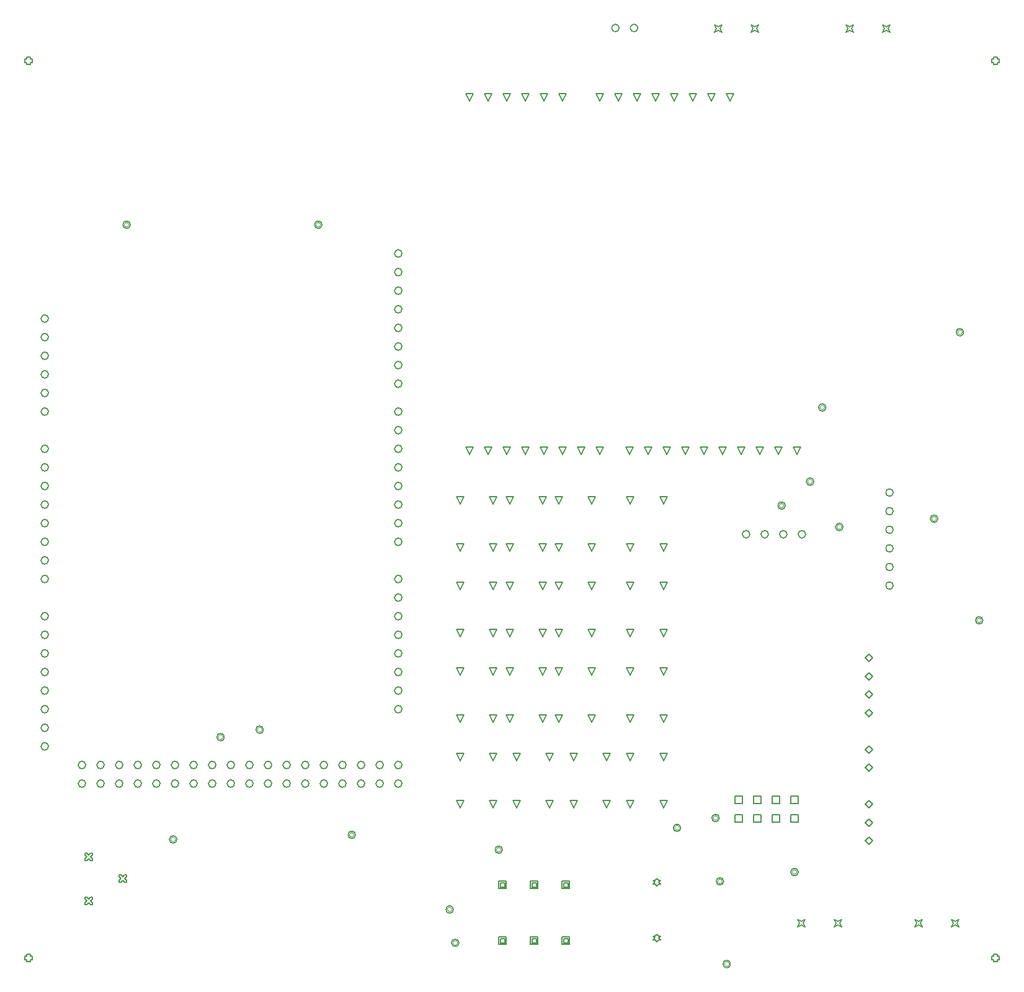
<source format=gbr>
%TF.GenerationSoftware,Altium Limited,Altium Designer,21.8.1 (53)*%
G04 Layer_Color=2752767*
%FSLAX43Y43*%
%MOMM*%
%TF.SameCoordinates,16DCEB66-4DAC-4E16-A6F7-90F727604106*%
%TF.FilePolarity,Positive*%
%TF.FileFunction,Drawing*%
%TF.Part,Single*%
G01*
G75*
%TA.AperFunction,NonConductor*%
%ADD66C,0.127*%
%ADD67C,0.169*%
%ADD68C,0.102*%
D66*
X99429Y24054D02*
Y25070D01*
X100445D01*
Y24054D01*
X99429D01*
Y21514D02*
Y22530D01*
X100445D01*
Y21514D01*
X99429D01*
X101969D02*
Y22530D01*
X102985D01*
Y21514D01*
X101969D01*
Y24054D02*
Y25070D01*
X102985D01*
Y24054D01*
X101969D01*
X104509Y21514D02*
Y22530D01*
X105525D01*
Y21514D01*
X104509D01*
Y24054D02*
Y25070D01*
X105525D01*
Y24054D01*
X104509D01*
X107049Y21514D02*
Y22530D01*
X108065D01*
Y21514D01*
X107049D01*
Y24054D02*
Y25070D01*
X108065D01*
Y24054D01*
X107049D01*
X74153Y29952D02*
X73645Y30968D01*
X74661D01*
X74153Y29952D01*
Y23452D02*
X73645Y24468D01*
X74661D01*
X74153Y23452D01*
X69653Y29952D02*
X69145Y30968D01*
X70161D01*
X69653Y29952D01*
Y23452D02*
X69145Y24468D01*
X70161D01*
X69653Y23452D01*
X66401Y65004D02*
X65893Y66020D01*
X66909D01*
X66401Y65004D01*
Y58504D02*
X65893Y59520D01*
X66909D01*
X66401Y58504D01*
X61901Y65004D02*
X61393Y66020D01*
X62409D01*
X61901Y65004D01*
Y58504D02*
X61393Y59520D01*
X62409D01*
X61901Y58504D01*
X73153Y65004D02*
X72645Y66020D01*
X73661D01*
X73153Y65004D01*
Y58504D02*
X72645Y59520D01*
X73661D01*
X73153Y58504D01*
X68653Y65004D02*
X68145Y66020D01*
X69161D01*
X68653Y65004D01*
Y58504D02*
X68145Y59520D01*
X69161D01*
X68653Y58504D01*
X79905Y65004D02*
X79397Y66020D01*
X80413D01*
X79905Y65004D01*
Y58504D02*
X79397Y59520D01*
X80413D01*
X79905Y58504D01*
X75405Y65004D02*
X74897Y66020D01*
X75913D01*
X75405Y65004D01*
Y58504D02*
X74897Y59520D01*
X75913D01*
X75405Y58504D01*
X89657Y65004D02*
X89149Y66020D01*
X90165D01*
X89657Y65004D01*
Y58504D02*
X89149Y59520D01*
X90165D01*
X89657Y58504D01*
X85157Y65004D02*
X84649Y66020D01*
X85665D01*
X85157Y65004D01*
Y58504D02*
X84649Y59520D01*
X85665D01*
X85157Y58504D01*
X66401Y53320D02*
X65893Y54336D01*
X66909D01*
X66401Y53320D01*
Y46820D02*
X65893Y47836D01*
X66909D01*
X66401Y46820D01*
X61901Y53320D02*
X61393Y54336D01*
X62409D01*
X61901Y53320D01*
Y46820D02*
X61393Y47836D01*
X62409D01*
X61901Y46820D01*
X73153Y53320D02*
X72645Y54336D01*
X73661D01*
X73153Y53320D01*
Y46820D02*
X72645Y47836D01*
X73661D01*
X73153Y46820D01*
X68653Y53320D02*
X68145Y54336D01*
X69161D01*
X68653Y53320D01*
Y46820D02*
X68145Y47836D01*
X69161D01*
X68653Y46820D01*
X79905Y53320D02*
X79397Y54336D01*
X80413D01*
X79905Y53320D01*
Y46820D02*
X79397Y47836D01*
X80413D01*
X79905Y46820D01*
X75405Y53320D02*
X74897Y54336D01*
X75913D01*
X75405Y53320D01*
Y46820D02*
X74897Y47836D01*
X75913D01*
X75405Y46820D01*
X89657Y53320D02*
X89149Y54336D01*
X90165D01*
X89657Y53320D01*
Y46820D02*
X89149Y47836D01*
X90165D01*
X89657Y46820D01*
X85157Y53320D02*
X84649Y54336D01*
X85665D01*
X85157Y53320D01*
Y46820D02*
X84649Y47836D01*
X85665D01*
X85157Y46820D01*
X66401Y41636D02*
X65893Y42652D01*
X66909D01*
X66401Y41636D01*
Y35136D02*
X65893Y36152D01*
X66909D01*
X66401Y35136D01*
X61901Y41636D02*
X61393Y42652D01*
X62409D01*
X61901Y41636D01*
Y35136D02*
X61393Y36152D01*
X62409D01*
X61901Y35136D01*
X73153Y41636D02*
X72645Y42652D01*
X73661D01*
X73153Y41636D01*
Y35136D02*
X72645Y36152D01*
X73661D01*
X73153Y35136D01*
X68653Y41636D02*
X68145Y42652D01*
X69161D01*
X68653Y41636D01*
Y35136D02*
X68145Y36152D01*
X69161D01*
X68653Y35136D01*
X79905Y41636D02*
X79397Y42652D01*
X80413D01*
X79905Y41636D01*
Y35136D02*
X79397Y36152D01*
X80413D01*
X79905Y35136D01*
X75405Y41636D02*
X74897Y42652D01*
X75913D01*
X75405Y41636D01*
Y35136D02*
X74897Y36152D01*
X75913D01*
X75405Y35136D01*
X89657Y41636D02*
X89149Y42652D01*
X90165D01*
X89657Y41636D01*
Y35136D02*
X89149Y36152D01*
X90165D01*
X89657Y35136D01*
X85157Y41636D02*
X84649Y42652D01*
X85665D01*
X85157Y41636D01*
Y35136D02*
X84649Y36152D01*
X85665D01*
X85157Y35136D01*
X66401Y29952D02*
X65893Y30968D01*
X66909D01*
X66401Y29952D01*
Y23452D02*
X65893Y24468D01*
X66909D01*
X66401Y23452D01*
X61901Y29952D02*
X61393Y30968D01*
X62409D01*
X61901Y29952D01*
Y23452D02*
X61393Y24468D01*
X62409D01*
X61901Y23452D01*
X81905Y29952D02*
X81397Y30968D01*
X82413D01*
X81905Y29952D01*
Y23452D02*
X81397Y24468D01*
X82413D01*
X81905Y23452D01*
X77405Y29952D02*
X76897Y30968D01*
X77913D01*
X77405Y29952D01*
Y23452D02*
X76897Y24468D01*
X77913D01*
X77405Y23452D01*
X89657Y29952D02*
X89149Y30968D01*
X90165D01*
X89657Y29952D01*
Y23452D02*
X89149Y24468D01*
X90165D01*
X89657Y23452D01*
X85157Y29952D02*
X84649Y30968D01*
X85665D01*
X85157Y29952D01*
Y23452D02*
X84649Y24468D01*
X85665D01*
X85157Y23452D01*
X88773Y12827D02*
X89027Y13081D01*
X89281D01*
X89027Y13335D01*
X89281Y13589D01*
X89027D01*
X88773Y13843D01*
X88519Y13589D01*
X88265D01*
X88519Y13335D01*
X88265Y13081D01*
X88519D01*
X88773Y12827D01*
X119614Y129442D02*
X119868Y129950D01*
X119614Y130458D01*
X120122Y130204D01*
X120630Y130458D01*
X120376Y129950D01*
X120630Y129442D01*
X120122Y129696D01*
X119614Y129442D01*
X114614D02*
X114868Y129950D01*
X114614Y130458D01*
X115122Y130204D01*
X115630Y130458D01*
X115376Y129950D01*
X115630Y129442D01*
X115122Y129696D01*
X114614Y129442D01*
X101614D02*
X101868Y129950D01*
X101614Y130458D01*
X102122Y130204D01*
X102630Y130458D01*
X102376Y129950D01*
X102630Y129442D01*
X102122Y129696D01*
X101614Y129442D01*
X96614D02*
X96868Y129950D01*
X96614Y130458D01*
X97122Y130204D01*
X97630Y130458D01*
X97376Y129950D01*
X97630Y129442D01*
X97122Y129696D01*
X96614Y129442D01*
X98780Y120042D02*
X98272Y121058D01*
X99288D01*
X98780Y120042D01*
X96240D02*
X95732Y121058D01*
X96748D01*
X96240Y120042D01*
X93700D02*
X93192Y121058D01*
X94208D01*
X93700Y120042D01*
X91160D02*
X90652Y121058D01*
X91668D01*
X91160Y120042D01*
X88620D02*
X88112Y121058D01*
X89128D01*
X88620Y120042D01*
X86080D02*
X85572Y121058D01*
X86588D01*
X86080Y120042D01*
X83540D02*
X83032Y121058D01*
X84048D01*
X83540Y120042D01*
X81000D02*
X80492Y121058D01*
X81508D01*
X81000Y120042D01*
X75920D02*
X75412Y121058D01*
X76428D01*
X75920Y120042D01*
X73380D02*
X72872Y121058D01*
X73888D01*
X73380Y120042D01*
X70840D02*
X70332Y121058D01*
X71348D01*
X70840Y120042D01*
X68300D02*
X67792Y121058D01*
X68808D01*
X68300Y120042D01*
X65760D02*
X65252Y121058D01*
X66268D01*
X65760Y120042D01*
X63220D02*
X62712Y121058D01*
X63728D01*
X63220Y120042D01*
X85064Y71782D02*
X84556Y72798D01*
X85572D01*
X85064Y71782D01*
X87604D02*
X87096Y72798D01*
X88112D01*
X87604Y71782D01*
X90144D02*
X89636Y72798D01*
X90652D01*
X90144Y71782D01*
X92684D02*
X92176Y72798D01*
X93192D01*
X92684Y71782D01*
X95224D02*
X94716Y72798D01*
X95732D01*
X95224Y71782D01*
X97764D02*
X97256Y72798D01*
X98272D01*
X97764Y71782D01*
X100304D02*
X99796Y72798D01*
X100812D01*
X100304Y71782D01*
X102844D02*
X102336Y72798D01*
X103352D01*
X102844Y71782D01*
X105384D02*
X104876Y72798D01*
X105892D01*
X105384Y71782D01*
X107924D02*
X107416Y72798D01*
X108432D01*
X107924Y71782D01*
X63220D02*
X62712Y72798D01*
X63728D01*
X63220Y71782D01*
X65760D02*
X65252Y72798D01*
X66268D01*
X65760Y71782D01*
X68300D02*
X67792Y72798D01*
X68808D01*
X68300Y71782D01*
X70840D02*
X70332Y72798D01*
X71348D01*
X70840Y71782D01*
X73380D02*
X72872Y72798D01*
X73888D01*
X73380Y71782D01*
X75920D02*
X75412Y72798D01*
X76428D01*
X75920Y71782D01*
X78460D02*
X77952Y72798D01*
X78968D01*
X78460Y71782D01*
X81000D02*
X80492Y72798D01*
X81508D01*
X81000Y71782D01*
X2746Y125246D02*
Y124992D01*
X3254D01*
Y125246D01*
X3508D01*
Y125754D01*
X3254D01*
Y126008D01*
X2746D01*
Y125754D01*
X2492D01*
Y125246D01*
X2746D01*
X134746D02*
Y124992D01*
X135254D01*
Y125246D01*
X135508D01*
Y125754D01*
X135254D01*
Y126008D01*
X134746D01*
Y125754D01*
X134492D01*
Y125246D01*
X134746D01*
Y2746D02*
Y2492D01*
X135254D01*
Y2746D01*
X135508D01*
Y3254D01*
X135254D01*
Y3508D01*
X134746D01*
Y3254D01*
X134492D01*
Y2746D01*
X134746D01*
X2746D02*
Y2492D01*
X3254D01*
Y2746D01*
X3508D01*
Y3254D01*
X3254D01*
Y3508D01*
X2746D01*
Y3254D01*
X2492D01*
Y2746D01*
X2746D01*
X10668Y10287D02*
X10922D01*
X11176Y10541D01*
X11430Y10287D01*
X11684D01*
Y10541D01*
X11430Y10795D01*
X11684Y11049D01*
Y11303D01*
X11430D01*
X11176Y11049D01*
X10922Y11303D01*
X10668D01*
Y11049D01*
X10922Y10795D01*
X10668Y10541D01*
Y10287D01*
X88773Y5207D02*
X89027Y5461D01*
X89281D01*
X89027Y5715D01*
X89281Y5969D01*
X89027D01*
X88773Y6223D01*
X88519Y5969D01*
X88265D01*
X88519Y5715D01*
X88265Y5461D01*
X88519D01*
X88773Y5207D01*
X15368Y13287D02*
X15622D01*
X15876Y13541D01*
X16130Y13287D01*
X16384D01*
Y13541D01*
X16130Y13795D01*
X16384Y14049D01*
Y14303D01*
X16130D01*
X15876Y14049D01*
X15622Y14303D01*
X15368D01*
Y14049D01*
X15622Y13795D01*
X15368Y13541D01*
Y13287D01*
X117221Y31463D02*
X117729Y31971D01*
X118237Y31463D01*
X117729Y30955D01*
X117221Y31463D01*
Y21463D02*
X117729Y21971D01*
X118237Y21463D01*
X117729Y20955D01*
X117221Y21463D01*
Y23963D02*
X117729Y24471D01*
X118237Y23963D01*
X117729Y23455D01*
X117221Y23963D01*
Y18963D02*
X117729Y19471D01*
X118237Y18963D01*
X117729Y18455D01*
X117221Y18963D01*
X10668Y16287D02*
X10922D01*
X11176Y16541D01*
X11430Y16287D01*
X11684D01*
Y16541D01*
X11430Y16795D01*
X11684Y17049D01*
Y17303D01*
X11430D01*
X11176Y17049D01*
X10922Y17303D01*
X10668D01*
Y17049D01*
X10922Y16795D01*
X10668Y16541D01*
Y16287D01*
X117221Y28963D02*
X117729Y29471D01*
X118237Y28963D01*
X117729Y28455D01*
X117221Y28963D01*
Y43963D02*
X117729Y44471D01*
X118237Y43963D01*
X117729Y43455D01*
X117221Y43963D01*
Y41463D02*
X117729Y41971D01*
X118237Y41463D01*
X117729Y40955D01*
X117221Y41463D01*
Y38963D02*
X117729Y39471D01*
X118237Y38963D01*
X117729Y38455D01*
X117221Y38963D01*
Y36463D02*
X117729Y36971D01*
X118237Y36463D01*
X117729Y35955D01*
X117221Y36463D01*
X128992Y7239D02*
X129246Y7747D01*
X128992Y8255D01*
X129500Y8001D01*
X130008Y8255D01*
X129754Y7747D01*
X130008Y7239D01*
X129500Y7493D01*
X128992Y7239D01*
X123992D02*
X124246Y7747D01*
X123992Y8255D01*
X124500Y8001D01*
X125008Y8255D01*
X124754Y7747D01*
X125008Y7239D01*
X124500Y7493D01*
X123992Y7239D01*
X71501Y12446D02*
Y13462D01*
X72517D01*
Y12446D01*
X71501D01*
X71704Y12649D02*
Y13259D01*
X72314D01*
Y12649D01*
X71704D01*
X71501Y4826D02*
Y5842D01*
X72517D01*
Y4826D01*
X71501D01*
X71704Y5029D02*
Y5639D01*
X72314D01*
Y5029D01*
X71704D01*
X75819Y4826D02*
Y5842D01*
X76835D01*
Y4826D01*
X75819D01*
X76022Y5029D02*
Y5639D01*
X76632D01*
Y5029D01*
X76022D01*
X75819Y12446D02*
Y13462D01*
X76835D01*
Y12446D01*
X75819D01*
X76022Y12649D02*
Y13259D01*
X76632D01*
Y12649D01*
X76022D01*
X67183Y4826D02*
Y5842D01*
X68199D01*
Y4826D01*
X67183D01*
X67386Y5029D02*
Y5639D01*
X67996D01*
Y5029D01*
X67386D01*
X67183Y12446D02*
Y13462D01*
X68199D01*
Y12446D01*
X67183D01*
X67386Y12649D02*
Y13259D01*
X67996D01*
Y12649D01*
X67386D01*
X107992Y7239D02*
X108246Y7747D01*
X107992Y8255D01*
X108500Y8001D01*
X109008Y8255D01*
X108754Y7747D01*
X109008Y7239D01*
X108500Y7493D01*
X107992Y7239D01*
X112992D02*
X113246Y7747D01*
X112992Y8255D01*
X113500Y8001D01*
X114008Y8255D01*
X113754Y7747D01*
X114008Y7239D01*
X113500Y7493D01*
X112992Y7239D01*
D67*
X41275Y29340D02*
G03*
X41275Y29340I-508J0D01*
G01*
Y26800D02*
G03*
X41275Y26800I-508J0D01*
G01*
X38735Y29340D02*
G03*
X38735Y29340I-508J0D01*
G01*
Y26800D02*
G03*
X38735Y26800I-508J0D01*
G01*
X51435Y29340D02*
G03*
X51435Y29340I-508J0D01*
G01*
Y26800D02*
G03*
X51435Y26800I-508J0D01*
G01*
X48895Y29340D02*
G03*
X48895Y29340I-508J0D01*
G01*
Y26800D02*
G03*
X48895Y26800I-508J0D01*
G01*
X46355Y29340D02*
G03*
X46355Y29340I-508J0D01*
G01*
Y26800D02*
G03*
X46355Y26800I-508J0D01*
G01*
X43815Y29340D02*
G03*
X43815Y29340I-508J0D01*
G01*
Y26800D02*
G03*
X43815Y26800I-508J0D01*
G01*
X31115Y29340D02*
G03*
X31115Y29340I-508J0D01*
G01*
Y26800D02*
G03*
X31115Y26800I-508J0D01*
G01*
X28575Y29340D02*
G03*
X28575Y29340I-508J0D01*
G01*
Y26800D02*
G03*
X28575Y26800I-508J0D01*
G01*
X5715Y87760D02*
G03*
X5715Y87760I-508J0D01*
G01*
Y82680D02*
G03*
X5715Y82680I-508J0D01*
G01*
Y80140D02*
G03*
X5715Y80140I-508J0D01*
G01*
Y85220D02*
G03*
X5715Y85220I-508J0D01*
G01*
X53975Y39500D02*
G03*
X53975Y39500I-508J0D01*
G01*
Y36960D02*
G03*
X53975Y36960I-508J0D01*
G01*
Y42040D02*
G03*
X53975Y42040I-508J0D01*
G01*
Y44580D02*
G03*
X53975Y44580I-508J0D01*
G01*
Y47120D02*
G03*
X53975Y47120I-508J0D01*
G01*
Y49660D02*
G03*
X53975Y49660I-508J0D01*
G01*
Y52200D02*
G03*
X53975Y52200I-508J0D01*
G01*
Y54740D02*
G03*
X53975Y54740I-508J0D01*
G01*
X5715Y77600D02*
G03*
X5715Y77600I-508J0D01*
G01*
Y90300D02*
G03*
X5715Y90300I-508J0D01*
G01*
X53975Y77600D02*
G03*
X53975Y77600I-508J0D01*
G01*
Y75060D02*
G03*
X53975Y75060I-508J0D01*
G01*
Y72520D02*
G03*
X53975Y72520I-508J0D01*
G01*
Y69980D02*
G03*
X53975Y69980I-508J0D01*
G01*
Y67440D02*
G03*
X53975Y67440I-508J0D01*
G01*
Y64900D02*
G03*
X53975Y64900I-508J0D01*
G01*
Y62360D02*
G03*
X53975Y62360I-508J0D01*
G01*
Y59820D02*
G03*
X53975Y59820I-508J0D01*
G01*
Y99190D02*
G03*
X53975Y99190I-508J0D01*
G01*
Y96650D02*
G03*
X53975Y96650I-508J0D01*
G01*
Y94110D02*
G03*
X53975Y94110I-508J0D01*
G01*
Y91570D02*
G03*
X53975Y91570I-508J0D01*
G01*
Y89030D02*
G03*
X53975Y89030I-508J0D01*
G01*
Y86490D02*
G03*
X53975Y86490I-508J0D01*
G01*
Y83950D02*
G03*
X53975Y83950I-508J0D01*
G01*
Y81410D02*
G03*
X53975Y81410I-508J0D01*
G01*
X5715Y49660D02*
G03*
X5715Y49660I-508J0D01*
G01*
Y47120D02*
G03*
X5715Y47120I-508J0D01*
G01*
Y44580D02*
G03*
X5715Y44580I-508J0D01*
G01*
Y42040D02*
G03*
X5715Y42040I-508J0D01*
G01*
Y39500D02*
G03*
X5715Y39500I-508J0D01*
G01*
Y36960D02*
G03*
X5715Y36960I-508J0D01*
G01*
Y34420D02*
G03*
X5715Y34420I-508J0D01*
G01*
Y31880D02*
G03*
X5715Y31880I-508J0D01*
G01*
Y72520D02*
G03*
X5715Y72520I-508J0D01*
G01*
Y69980D02*
G03*
X5715Y69980I-508J0D01*
G01*
Y67440D02*
G03*
X5715Y67440I-508J0D01*
G01*
Y64900D02*
G03*
X5715Y64900I-508J0D01*
G01*
Y62360D02*
G03*
X5715Y62360I-508J0D01*
G01*
Y59820D02*
G03*
X5715Y59820I-508J0D01*
G01*
Y57280D02*
G03*
X5715Y57280I-508J0D01*
G01*
Y54740D02*
G03*
X5715Y54740I-508J0D01*
G01*
X10795Y26800D02*
G03*
X10795Y26800I-508J0D01*
G01*
Y29340D02*
G03*
X10795Y29340I-508J0D01*
G01*
X13335Y26800D02*
G03*
X13335Y26800I-508J0D01*
G01*
Y29340D02*
G03*
X13335Y29340I-508J0D01*
G01*
X15875Y26800D02*
G03*
X15875Y26800I-508J0D01*
G01*
Y29340D02*
G03*
X15875Y29340I-508J0D01*
G01*
X18415Y26800D02*
G03*
X18415Y26800I-508J0D01*
G01*
Y29340D02*
G03*
X18415Y29340I-508J0D01*
G01*
X20955Y26800D02*
G03*
X20955Y26800I-508J0D01*
G01*
Y29340D02*
G03*
X20955Y29340I-508J0D01*
G01*
X23495Y26800D02*
G03*
X23495Y26800I-508J0D01*
G01*
Y29340D02*
G03*
X23495Y29340I-508J0D01*
G01*
X26035Y26800D02*
G03*
X26035Y26800I-508J0D01*
G01*
Y29340D02*
G03*
X26035Y29340I-508J0D01*
G01*
X33655Y26800D02*
G03*
X33655Y26800I-508J0D01*
G01*
Y29340D02*
G03*
X33655Y29340I-508J0D01*
G01*
X36195Y26800D02*
G03*
X36195Y26800I-508J0D01*
G01*
Y29340D02*
G03*
X36195Y29340I-508J0D01*
G01*
X53975Y26800D02*
G03*
X53975Y26800I-508J0D01*
G01*
Y29340D02*
G03*
X53975Y29340I-508J0D01*
G01*
X86158Y129985D02*
G03*
X86158Y129985I-508J0D01*
G01*
X83618D02*
G03*
X83618Y129985I-508J0D01*
G01*
X121031Y66548D02*
G03*
X121031Y66548I-508J0D01*
G01*
X106538Y60849D02*
G03*
X106538Y60849I-508J0D01*
G01*
X121031Y64008D02*
G03*
X121031Y64008I-508J0D01*
G01*
Y58928D02*
G03*
X121031Y58928I-508J0D01*
G01*
Y61468D02*
G03*
X121031Y61468I-508J0D01*
G01*
Y56388D02*
G03*
X121031Y56388I-508J0D01*
G01*
Y53848D02*
G03*
X121031Y53848I-508J0D01*
G01*
X101458Y60849D02*
G03*
X101458Y60849I-508J0D01*
G01*
X103998D02*
G03*
X103998Y60849I-508J0D01*
G01*
X109078D02*
G03*
X109078Y60849I-508J0D01*
G01*
X60988Y9610D02*
G03*
X60988Y9610I-508J0D01*
G01*
X67691Y17780D02*
G03*
X67691Y17780I-508J0D01*
G01*
X92023Y20760D02*
G03*
X92023Y20760I-508J0D01*
G01*
X111853Y78165D02*
G03*
X111853Y78165I-508J0D01*
G01*
X61748Y5060D02*
G03*
X61748Y5060I-508J0D01*
G01*
X98806Y2159D02*
G03*
X98806Y2159I-508J0D01*
G01*
X97878Y13455D02*
G03*
X97878Y13455I-508J0D01*
G01*
X130638Y88435D02*
G03*
X130638Y88435I-508J0D01*
G01*
X133276Y49096D02*
G03*
X133276Y49096I-508J0D01*
G01*
X127123Y62970D02*
G03*
X127123Y62970I-508J0D01*
G01*
X110188Y68035D02*
G03*
X110188Y68035I-508J0D01*
G01*
X97282Y22098D02*
G03*
X97282Y22098I-508J0D01*
G01*
X106299Y64770D02*
G03*
X106299Y64770I-508J0D01*
G01*
X114173Y61849D02*
G03*
X114173Y61849I-508J0D01*
G01*
X16891Y103124D02*
G03*
X16891Y103124I-508J0D01*
G01*
X43053D02*
G03*
X43053Y103124I-508J0D01*
G01*
X29718Y33147D02*
G03*
X29718Y33147I-508J0D01*
G01*
X108065Y14720D02*
G03*
X108065Y14720I-508J0D01*
G01*
X35052Y34163D02*
G03*
X35052Y34163I-508J0D01*
G01*
X47625Y19812D02*
G03*
X47625Y19812I-508J0D01*
G01*
X23241Y19177D02*
G03*
X23241Y19177I-508J0D01*
G01*
D68*
X60785Y9610D02*
G03*
X60785Y9610I-305J0D01*
G01*
X67488Y17780D02*
G03*
X67488Y17780I-305J0D01*
G01*
X91820Y20760D02*
G03*
X91820Y20760I-305J0D01*
G01*
X111650Y78165D02*
G03*
X111650Y78165I-305J0D01*
G01*
X61545Y5060D02*
G03*
X61545Y5060I-305J0D01*
G01*
X98603Y2159D02*
G03*
X98603Y2159I-305J0D01*
G01*
X97675Y13455D02*
G03*
X97675Y13455I-305J0D01*
G01*
X130435Y88435D02*
G03*
X130435Y88435I-305J0D01*
G01*
X133072Y49096D02*
G03*
X133072Y49096I-305J0D01*
G01*
X126920Y62970D02*
G03*
X126920Y62970I-305J0D01*
G01*
X109985Y68035D02*
G03*
X109985Y68035I-305J0D01*
G01*
X97079Y22098D02*
G03*
X97079Y22098I-305J0D01*
G01*
X106096Y64770D02*
G03*
X106096Y64770I-305J0D01*
G01*
X113970Y61849D02*
G03*
X113970Y61849I-305J0D01*
G01*
X16688Y103124D02*
G03*
X16688Y103124I-305J0D01*
G01*
X42850D02*
G03*
X42850Y103124I-305J0D01*
G01*
X29515Y33147D02*
G03*
X29515Y33147I-305J0D01*
G01*
X107862Y14720D02*
G03*
X107862Y14720I-305J0D01*
G01*
X34849Y34163D02*
G03*
X34849Y34163I-305J0D01*
G01*
X47422Y19812D02*
G03*
X47422Y19812I-305J0D01*
G01*
X23038Y19177D02*
G03*
X23038Y19177I-305J0D01*
G01*
%TF.MD5,249c784b63e3c925ee7bd4b564cdeb4e*%
M02*

</source>
